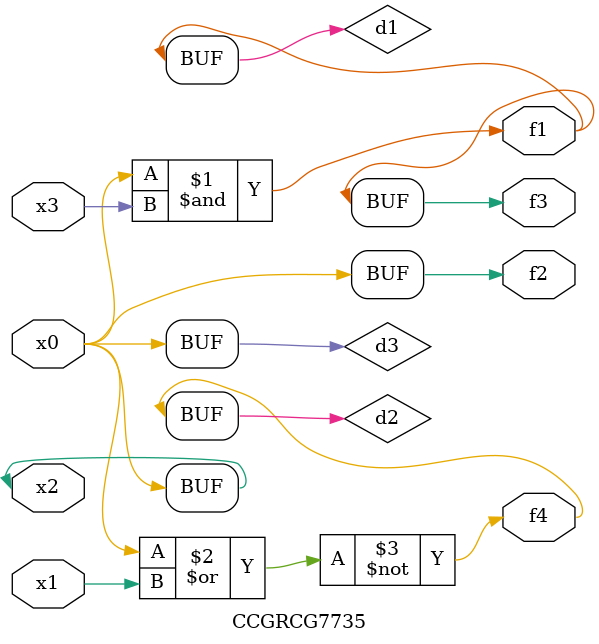
<source format=v>
module CCGRCG7735(
	input x0, x1, x2, x3,
	output f1, f2, f3, f4
);

	wire d1, d2, d3;

	and (d1, x2, x3);
	nor (d2, x0, x1);
	buf (d3, x0, x2);
	assign f1 = d1;
	assign f2 = d3;
	assign f3 = d1;
	assign f4 = d2;
endmodule

</source>
